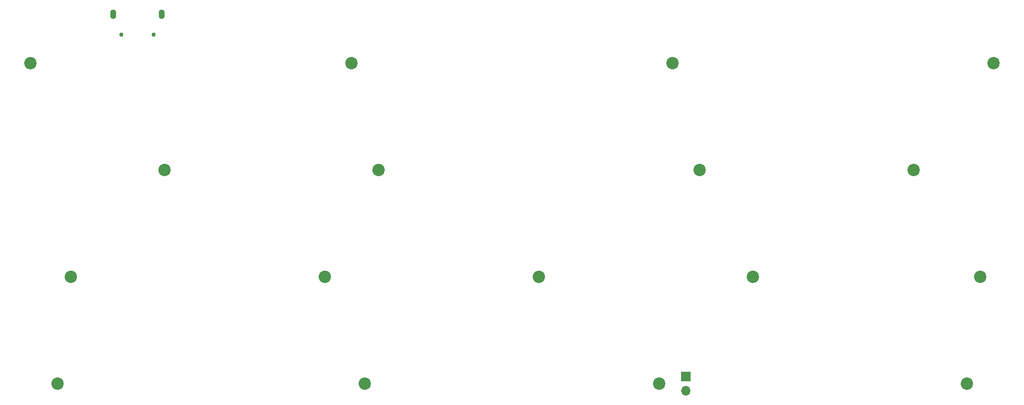
<source format=gbr>
%TF.GenerationSoftware,KiCad,Pcbnew,(7.0.0)*%
%TF.CreationDate,2023-09-28T15:09:28+02:00*%
%TF.ProjectId,travaulta WKL,74726176-6175-46c7-9461-20574b4c2e6b,rev?*%
%TF.SameCoordinates,Original*%
%TF.FileFunction,Soldermask,Top*%
%TF.FilePolarity,Negative*%
%FSLAX46Y46*%
G04 Gerber Fmt 4.6, Leading zero omitted, Abs format (unit mm)*
G04 Created by KiCad (PCBNEW (7.0.0)) date 2023-09-28 15:09:28*
%MOMM*%
%LPD*%
G01*
G04 APERTURE LIST*
%ADD10C,2.200000*%
%ADD11R,1.700000X1.700000*%
%ADD12O,1.700000X1.700000*%
%ADD13C,0.750000*%
%ADD14O,1.100000X1.700000*%
G04 APERTURE END LIST*
D10*
%TO.C,H2*%
X120650000Y-57150000D03*
%TD*%
%TO.C,H11*%
X153987500Y-95250000D03*
%TD*%
%TO.C,H1*%
X63500000Y-57150000D03*
%TD*%
%TO.C,H9*%
X70643750Y-95250000D03*
%TD*%
%TO.C,H13*%
X232568750Y-95250000D03*
%TD*%
%TO.C,H5*%
X87312500Y-76200000D03*
%TD*%
%TO.C,H10*%
X115887500Y-95250000D03*
%TD*%
%TO.C,H8*%
X220662500Y-76200000D03*
%TD*%
%TO.C,H15*%
X123031250Y-114300000D03*
%TD*%
%TO.C,H3*%
X177800000Y-57150000D03*
%TD*%
%TO.C,H17*%
X230187500Y-114300000D03*
%TD*%
%TO.C,H4*%
X234950000Y-57150000D03*
%TD*%
%TO.C,H6*%
X125412500Y-76200000D03*
%TD*%
%TO.C,H16*%
X175418750Y-114300000D03*
%TD*%
%TO.C,H12*%
X192087500Y-95250000D03*
%TD*%
%TO.C,H7*%
X182562500Y-76200000D03*
%TD*%
%TO.C,H14*%
X68262500Y-114300000D03*
%TD*%
D11*
%TO.C,SW38*%
X180181249Y-113024999D03*
D12*
X180181249Y-115564999D03*
%TD*%
D13*
%TO.C,USB1*%
X79660000Y-52093750D03*
X85440000Y-52093750D03*
D14*
X78229999Y-48443749D03*
X86869999Y-48443749D03*
%TD*%
M02*

</source>
